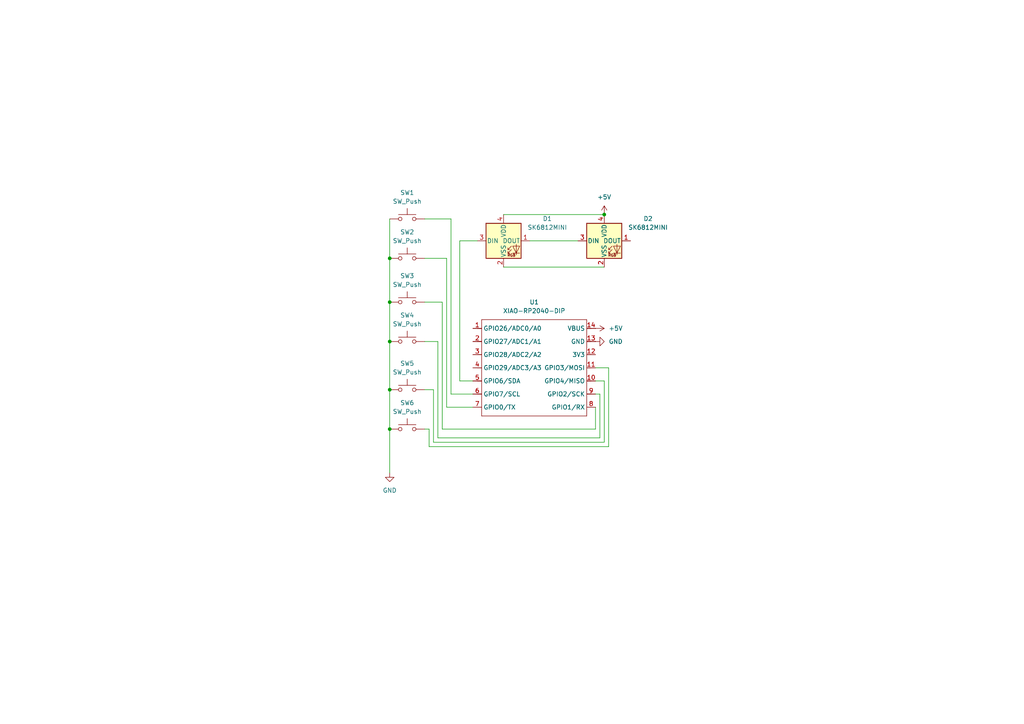
<source format=kicad_sch>
(kicad_sch (version 20250114) (generator "eeschema") (generator_version "9.0")
  (paper "A4")
  (lib_symbols
    (symbol "LED:SK6812MINI" (pin_names (offset 0.254))
      (property "Reference" "D" (at 5.08 5.715 0))
      (property "Value" "SK6812MINI" (at 1.27 -5.715 0))
      (symbol "SK6812MINI_0_0"
        (text "RGB" (at 2.286 -4.191 0) (effects (font (size 0.762 0.762))))
      )
      (symbol "SK6812MINI_0_1"
        (polyline (pts (xy 1.27 -2.54) (xy 1.778 -2.54)))
        (polyline (pts (xy 1.27 -3.556) (xy 1.778 -3.556)))
        (polyline (pts (xy 2.286 -1.524) (xy 1.27 -2.54) (xy 1.27 -2.032)))
        (polyline (pts (xy 2.286 -2.54) (xy 1.27 -3.556) (xy 1.27 -3.048)))
        (polyline (pts (xy 3.683 -1.016) (xy 3.683 -3.556) (xy 3.683 -4.064)))
        (polyline (pts (xy 4.699 -1.524) (xy 2.667 -1.524) (xy 3.683 -3.556) (xy 4.699 -1.524)))
        (polyline (pts (xy 4.699 -3.556) (xy 2.667 -3.556)))
        (rectangle (start 5.08 5.08) (end -5.08 -5.08) (stroke (width 0.254)) (fill (type background)))
      )
      (symbol "SK6812MINI_1_1"
        (pin input line (at -7.62 0 0) (length 2.54) (name "DIN") (number "3"))
        (pin power_in line (at 0 7.62 270) (length 2.54) (name "VDD") (number "4"))
        (pin power_in line (at 0 -7.62 90) (length 2.54) (name "VSS") (number "2"))
        (pin output line (at 7.62 0 180) (length 2.54) (name "DOUT") (number "1"))
      )
    )
    (symbol "Seeed_Studio_XIAO_Series:XIAO-RP2040-DIP"
      (property "Reference" "U" (at 0 0 0))
      (property "Value" "XIAO-RP2040-DIP" (at 5.334 -1.778 0))
      (symbol "XIAO-RP2040-DIP_1_0"
        (polyline (pts (xy -1.27 -2.54) (xy 29.21 -2.54)) (stroke (width 0.1524)))
        (polyline (pts (xy -1.27 -5.08) (xy -2.54 -5.08)) (stroke (width 0.1524)))
        (polyline (pts (xy -1.27 -5.08) (xy -1.27 -2.54)) (stroke (width 0.1524)))
        (polyline (pts (xy -1.27 -8.89) (xy -2.54 -8.89)) (stroke (width 0.1524)))
        (polyline (pts (xy -1.27 -8.89) (xy -1.27 -5.08)) (stroke (width 0.1524)))
        (polyline (pts (xy -1.27 -12.7) (xy -2.54 -12.7)) (stroke (width 0.1524)))
        (polyline (pts (xy -1.27 -12.7) (xy -1.27 -8.89)) (stroke (width 0.1524)))
        (polyline (pts (xy -1.27 -16.51) (xy -2.54 -16.51)) (stroke (width 0.1524)))
        (polyline (pts (xy -1.27 -16.51) (xy -1.27 -12.7)) (stroke (width 0.1524)))
        (polyline (pts (xy -1.27 -20.32) (xy -2.54 -20.32)) (stroke (width 0.1524)))
        (polyline (pts (xy -1.27 -24.13) (xy -2.54 -24.13)) (stroke (width 0.1524)))
        (polyline (pts (xy -1.27 -27.94) (xy -2.54 -27.94)) (stroke (width 0.1524)))
        (polyline (pts (xy -1.27 -30.48) (xy -1.27 -16.51)) (stroke (width 0.1524)))
        (polyline (pts (xy 29.21 -2.54) (xy 29.21 -5.08)) (stroke (width 0.1524)))
        (polyline (pts (xy 29.21 -5.08) (xy 29.21 -8.89)) (stroke (width 0.1524)))
        (polyline (pts (xy 29.21 -8.89) (xy 29.21 -12.7)) (stroke (width 0.1524)))
        (polyline (pts (xy 29.21 -12.7) (xy 29.21 -30.48)) (stroke (width 0.1524)))
        (polyline (pts (xy 29.21 -30.48) (xy -1.27 -30.48)) (stroke (width 0.1524)))
        (polyline (pts (xy 30.48 -5.08) (xy 29.21 -5.08)) (stroke (width 0.1524)))
        (polyline (pts (xy 30.48 -8.89) (xy 29.21 -8.89)) (stroke (width 0.1524)))
        (polyline (pts (xy 30.48 -12.7) (xy 29.21 -12.7)) (stroke (width 0.1524)))
        (polyline (pts (xy 30.48 -16.51) (xy 29.21 -16.51)) (stroke (width 0.1524)))
        (polyline (pts (xy 30.48 -20.32) (xy 29.21 -20.32)) (stroke (width 0.1524)))
        (polyline (pts (xy 30.48 -24.13) (xy 29.21 -24.13)) (stroke (width 0.1524)))
        (polyline (pts (xy 30.48 -27.94) (xy 29.21 -27.94)) (stroke (width 0.1524)))
        (pin passive line (at -3.81 -5.08 0) (length 2.54) (name "GPIO26/ADC0/A0") (number "1"))
        (pin passive line (at -3.81 -8.89 0) (length 2.54) (name "GPIO27/ADC1/A1") (number "2"))
        (pin passive line (at -3.81 -12.7 0) (length 2.54) (name "GPIO28/ADC2/A2") (number "3"))
        (pin passive line (at -3.81 -16.51 0) (length 2.54) (name "GPIO29/ADC3/A3") (number "4"))
        (pin passive line (at -3.81 -20.32 0) (length 2.54) (name "GPIO6/SDA") (number "5"))
        (pin passive line (at -3.81 -24.13 0) (length 2.54) (name "GPIO7/SCL") (number "6"))
        (pin passive line (at -3.81 -27.94 0) (length 2.54) (name "GPIO0/TX") (number "7"))
        (pin passive line (at 31.75 -5.08 180) (length 2.54) (name "VBUS") (number "14"))
        (pin passive line (at 31.75 -8.89 180) (length 2.54) (name "GND") (number "13"))
        (pin passive line (at 31.75 -12.7 180) (length 2.54) (name "3V3") (number "12"))
        (pin passive line (at 31.75 -16.51 180) (length 2.54) (name "GPIO3/MOSI") (number "11"))
        (pin passive line (at 31.75 -20.32 180) (length 2.54) (name "GPIO4/MISO") (number "10"))
        (pin passive line (at 31.75 -24.13 180) (length 2.54) (name "GPIO2/SCK") (number "9"))
        (pin passive line (at 31.75 -27.94 180) (length 2.54) (name "GPIO1/RX") (number "8"))
      )
    )
    (symbol "Switch:SW_Push" (pin_numbers (hide yes)) (pin_names (offset 1.016) (hide yes))
      (property "Reference" "SW" (at 1.27 2.54 0))
      (property "Value" "SW_Push" (at 0 -1.524 0))
      (symbol "SW_Push_0_1"
        (circle (center -2.032 0) (radius 0.508))
        (polyline (pts (xy 0 1.27) (xy 0 3.048)))
        (circle (center 2.032 0) (radius 0.508))
        (polyline (pts (xy 2.54 1.27) (xy -2.54 1.27)))
        (pin passive line (at -5.08 0 0) (length 2.54) (name "1") (number "1"))
        (pin passive line (at 5.08 0 180) (length 2.54) (name "2") (number "2"))
      )
    )
    (symbol "power:+5V" (power) (pin_numbers (hide yes)) (pin_names (offset 0) (hide yes))
      (property "Value" "+5V" (at 0 3.556 0))
      (symbol "+5V_0_1"
        (polyline (pts (xy -0.762 1.27) (xy 0 2.54)))
        (polyline (pts (xy 0 2.54) (xy 0.762 1.27)))
        (polyline (pts (xy 0 0) (xy 0 2.54)))
      )
      (symbol "+5V_1_1"
        (pin power_in line (at 0 0 90) (length 0) (name "~") (number "1"))
      )
    )
    (symbol "power:GND" (power) (pin_numbers (hide yes)) (pin_names (offset 0) (hide yes))
      (property "Value" "GND" (at 0 -3.81 0))
      (symbol "GND_0_1"
        (polyline (pts (xy 0 0) (xy 0 -1.27) (xy 1.27 -1.27) (xy 0 -2.54) (xy -1.27 -1.27) (xy 0 -1.27)))
      )
      (symbol "GND_1_1"
        (pin power_in line (at 0 0 270) (length 0) (name "~") (number "1"))
      )
    )
  )
  (junction (at 175.26 62.23))
  (junction (at 113.03 113.03))
  (junction (at 113.03 87.63))
  (junction (at 113.03 124.46))
  (junction (at 113.03 99.06))
  (junction (at 113.03 74.93))
  (wire (pts (xy 153.67 69.85) (xy 167.64 69.85)))
  (wire (pts (xy 175.26 110.49) (xy 175.26 128.27)))
  (wire (pts (xy 128.27 124.46) (xy 128.27 87.63)))
  (wire (pts (xy 113.03 99.06) (xy 113.03 113.03)))
  (wire (pts (xy 173.99 127) (xy 127 127)))
  (wire (pts (xy 124.46 129.54) (xy 124.46 124.46)))
  (wire (pts (xy 176.53 106.68) (xy 176.53 129.54)))
  (wire (pts (xy 133.35 110.49) (xy 133.35 69.85)))
  (wire (pts (xy 172.72 118.11) (xy 172.72 124.46)))
  (wire (pts (xy 172.72 106.68) (xy 176.53 106.68)))
  (wire (pts (xy 113.03 74.93) (xy 113.03 87.63)))
  (wire (pts (xy 113.03 124.46) (xy 113.03 137.16)))
  (wire (pts (xy 125.73 128.27) (xy 125.73 113.03)))
  (wire (pts (xy 130.81 63.5) (xy 130.81 114.3)))
  (wire (pts (xy 137.16 114.3) (xy 130.81 114.3)))
  (wire (pts (xy 172.72 124.46) (xy 128.27 124.46)))
  (wire (pts (xy 137.16 110.49) (xy 133.35 110.49)))
  (wire (pts (xy 124.46 124.46) (xy 123.19 124.46)))
  (wire (pts (xy 133.35 69.85) (xy 138.43 69.85)))
  (wire (pts (xy 137.16 118.11) (xy 129.54 118.11)))
  (wire (pts (xy 146.05 77.47) (xy 175.26 77.47)))
  (wire (pts (xy 172.72 114.3) (xy 173.99 114.3)))
  (wire (pts (xy 123.19 63.5) (xy 130.81 63.5)))
  (wire (pts (xy 173.99 114.3) (xy 173.99 127)))
  (wire (pts (xy 127 127) (xy 127 99.06)))
  (wire (pts (xy 125.73 113.03) (xy 123.19 113.03)))
  (wire (pts (xy 113.03 113.03) (xy 113.03 124.46)))
  (wire (pts (xy 172.72 110.49) (xy 175.26 110.49)))
  (wire (pts (xy 113.03 63.5) (xy 113.03 74.93)))
  (wire (pts (xy 176.53 129.54) (xy 124.46 129.54)))
  (wire (pts (xy 129.54 74.93) (xy 123.19 74.93)))
  (wire (pts (xy 129.54 74.93) (xy 129.54 118.11)))
  (wire (pts (xy 113.03 87.63) (xy 113.03 99.06)))
  (wire (pts (xy 146.05 62.23) (xy 175.26 62.23)))
  (wire (pts (xy 128.27 87.63) (xy 123.19 87.63)))
  (wire (pts (xy 127 99.06) (xy 123.19 99.06)))
  (wire (pts (xy 175.26 128.27) (xy 125.73 128.27)))
  (symbol (lib_id "Switch:SW_Push") (at 118.11 63.5 0) (unit 1)
    (property "Reference" "SW1" (at 118.11 55.88 0))
    (property "Value" "SW_Push" (at 118.11 58.42 0))
    (property "Footprint" "Button_Switch_Keyboard:SW_Cherry_MX_1.00u_PCB" (effects (hide yes)))
    (property "Description" "Push button switch, generic, two pins" (effects (hide yes)))
  )
  (symbol (lib_id "power:GND") (at 113.03 137.16 0) (unit 1)
    (property "Reference" "#PWR01" (effects (hide yes)))
    (property "Value" "GND" (at 113.03 142.24 0))
    (property "Description" "Power symbol creates a global label with name \"GND\" , ground" (effects (hide yes)))
  )
  (symbol (lib_id "LED:SK6812MINI") (at 146.05 69.85 0) (unit 1)
    (property "Reference" "D1" (at 158.75 63.4298 0))
    (property "Value" "SK6812MINI" (at 158.75 65.9698 0))
    (property "Footprint" "LED_SMD:LED_SK6812MINI_PLCC4_3.5x3.5mm_P1.75mm" (effects (hide yes)))
    (property "Datasheet" "https://cdn-shop.adafruit.com/product-files/2686/SK6812MINI_REV.01-1-2.pdf" (effects (hide yes)))
    (property "Description" "RGB LED with integrated controller" (effects (hide yes)))
  )
  (symbol (lib_id "power:GND") (at 172.72 99.06 90) (unit 1)
    (property "Reference" "#PWR04" (effects (hide yes)))
    (property "Value" "GND" (at 176.53 99.0599 90) (effects (justify right)))
    (property "Description" "Power symbol creates a global label with name \"GND\" , ground" (effects (hide yes)))
  )
  (symbol (lib_id "Switch:SW_Push") (at 118.11 113.03 0) (unit 1)
    (property "Reference" "SW5" (at 118.11 105.41 0))
    (property "Value" "SW_Push" (at 118.11 107.95 0))
    (property "Footprint" "Button_Switch_Keyboard:SW_Cherry_MX_1.00u_PCB" (effects (hide yes)))
    (property "Description" "Push button switch, generic, two pins" (effects (hide yes)))
  )
  (symbol (lib_id "Switch:SW_Push") (at 118.11 99.06 0) (unit 1)
    (property "Reference" "SW4" (at 118.11 91.44 0))
    (property "Value" "SW_Push" (at 118.11 93.98 0))
    (property "Footprint" "Button_Switch_Keyboard:SW_Cherry_MX_1.00u_PCB" (effects (hide yes)))
    (property "Description" "Push button switch, generic, two pins" (effects (hide yes)))
  )
  (symbol (lib_id "LED:SK6812MINI") (at 175.26 69.85 0) (unit 1)
    (property "Reference" "D2" (at 187.96 63.4298 0))
    (property "Value" "SK6812MINI" (at 187.96 65.9698 0))
    (property "Footprint" "LED_SMD:LED_SK6812MINI_PLCC4_3.5x3.5mm_P1.75mm" (effects (hide yes)))
    (property "Datasheet" "https://cdn-shop.adafruit.com/product-files/2686/SK6812MINI_REV.01-1-2.pdf" (effects (hide yes)))
    (property "Description" "RGB LED with integrated controller" (effects (hide yes)))
  )
  (symbol (lib_id "Switch:SW_Push") (at 118.11 74.93 0) (unit 1)
    (property "Reference" "SW2" (at 118.11 67.31 0))
    (property "Value" "SW_Push" (at 118.11 69.85 0))
    (property "Footprint" "Button_Switch_Keyboard:SW_Cherry_MX_1.00u_PCB" (effects (hide yes)))
    (property "Description" "Push button switch, generic, two pins" (effects (hide yes)))
  )
  (symbol (lib_id "power:+5V") (at 172.72 95.25 270) (unit 1)
    (property "Reference" "#PWR03" (effects (hide yes)))
    (property "Value" "+5V" (at 176.53 95.2499 90) (effects (justify left)))
    (property "Description" "Power symbol creates a global label with name \"+5V\"" (effects (hide yes)))
  )
  (symbol (lib_id "Switch:SW_Push") (at 118.11 124.46 0) (unit 1)
    (property "Reference" "SW6" (at 118.11 116.84 0))
    (property "Value" "SW_Push" (at 118.11 119.38 0))
    (property "Footprint" "Button_Switch_Keyboard:SW_Cherry_MX_1.00u_PCB" (effects (hide yes)))
    (property "Description" "Push button switch, generic, two pins" (effects (hide yes)))
  )
  (symbol (lib_id "Switch:SW_Push") (at 118.11 87.63 0) (unit 1)
    (property "Reference" "SW3" (at 118.11 80.01 0))
    (property "Value" "SW_Push" (at 118.11 82.55 0))
    (property "Footprint" "Button_Switch_Keyboard:SW_Cherry_MX_1.00u_PCB" (effects (hide yes)))
    (property "Description" "Push button switch, generic, two pins" (effects (hide yes)))
  )
  (symbol (lib_id "power:+5V") (at 175.26 62.23 0) (unit 1)
    (property "Reference" "#PWR02" (effects (hide yes)))
    (property "Value" "+5V" (at 175.26 57.15 0))
    (property "Description" "Power symbol creates a global label with name \"+5V\"" (effects (hide yes)))
  )
  (symbol (lib_id "Seeed_Studio_XIAO_Series:XIAO-RP2040-DIP") (at 140.97 90.17 0) (unit 1)
    (property "Reference" "U1" (at 154.94 87.63 0))
    (property "Value" "XIAO-RP2040-DIP" (at 154.94 90.17 0))
    (property "Footprint" "Seeed Studio XIAO Series Library:XIAO-RP2040-DIP" (effects (hide yes)))
  )
)
</source>
